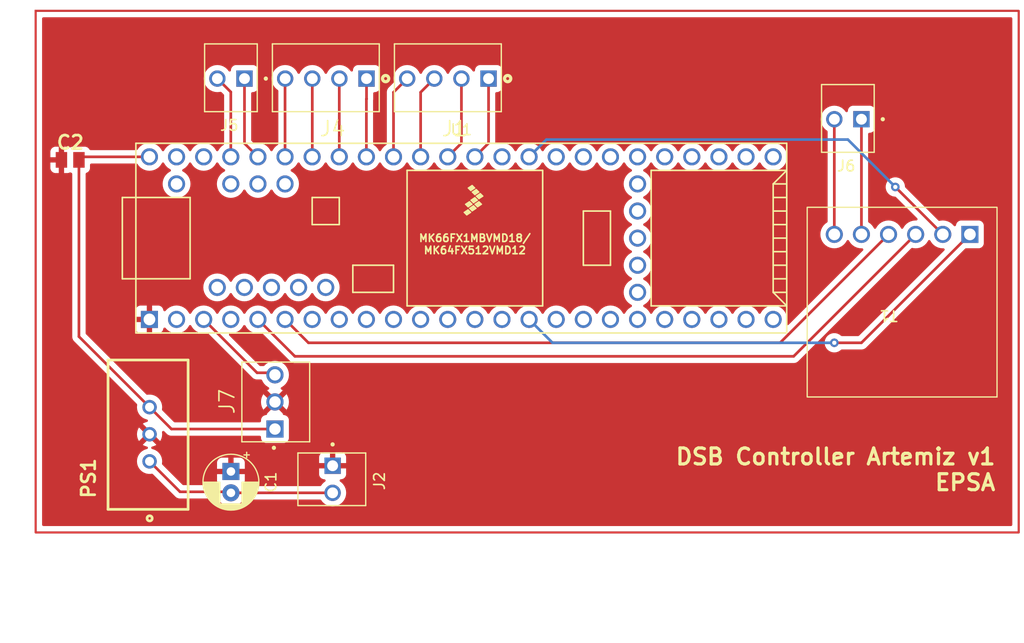
<source format=kicad_pcb>
(kicad_pcb (version 20240108) (generator "pcbnew") (generator_version "8.0")
  (layers (0 "F.Cu" signal) (31 "B.Cu" signal) (34 "B.Paste" user) (35 "F.Paste" user) (36 "B.SilkS" user "B.Silkscreen") (37 "F.SilkS" user "F.Silkscreen") (38 "B.Mask" user) (39 "F.Mask" user) (44 "Edge.Cuts" user))
  (net 0 "")
  (net 1 "+12V")
  (net 2 "GND")
  (net 3 "+5V")
  (net 4 "/LED3")
  (net 5 "/LED2")
  (net 6 "/LED4")
  (net 7 "/LED1")
  (net 8 "/COM Screen")
  (net 9 "/LED5")
  (net 10 "/LED8")
  (net 11 "/LED6")
  (net 12 "/LED7")
  (net 13 "/LED10")
  (net 14 "/LED9")
  (net 15 "/CAN L")
  (net 16 "/CAN H")
  (net 17 "/CRx")
  (net 18 "Net-(T1-3V3)")
  (net 19 "/CTx")
  (net 20 "Net-(T1-GND)")
  (footprint "EPSA_lib:MOLEX_22-11-2032" (layer "F.Cu") (at 133.665 94.445 90)
    (property "Reference" "J7" (at 2.585 -4.489 -90) (layer "F.SilkS") (effects (font (size 1.4 1.4))))
    (property "Value" "3P Droit 22-11-2032")
    (fp_line (start 6.275 -3.1) (end -1.195 -3.1) (stroke (width 0.127)) (layer "F.SilkS"))
    (fp_line (start -1.195 -3.1) (end -1.195 3.25) (stroke (width 0.127)) (layer "F.SilkS"))
    (fp_line (start 6.275 3.25) (end 6.275 -3.1) (stroke (width 0.127)) (layer "F.SilkS"))
    (fp_line (start -1.195 3.25) (end 6.275 3.25) (stroke (width 0.127)) (layer "F.SilkS"))
    (fp_circle (center -1.76 -0.1) (end -1.66 -0.1) (stroke (width 0.2)) (fill none) (layer "F.SilkS"))
    (pad "1" thru_hole rect (at 0 0 90) (size 1.61 1.61) (drill 1.07) (layers "*.Cu" "*.Mask") (net 3 "+5V"))
    (pad "2" thru_hole circle (at 2.54 0 90) (size 1.61 1.61) (drill 1.07) (layers "*.Cu" "*.Mask") (net 2 "GND"))
    (pad "3" thru_hole circle (at 5.08 0 90) (size 1.61 1.61) (drill 1.07) (layers "*.Cu" "*.Mask") (net 8 "/COM Screen"))
  )
  (footprint "EPSA_lib:MOLEX_22-11-2022" (layer "F.Cu") (at 139.065 97.885 -90)
    (property "Reference" "J2" (at 1.425 -4.385 90) (layer "F.SilkS"))
    (property "Value" "2P Droit 2-11-2022")
    (fp_line (start -1.195 3.25) (end -1.195 -3.1) (stroke (width 0.127)) (layer "F.SilkS"))
    (fp_line (start 3.735 3.25) (end -1.195 3.25) (stroke (width 0.127)) (layer "F.SilkS"))
    (fp_line (start -1.195 -3.1) (end 3.735 -3.1) (stroke (width 0.127)) (layer "F.SilkS"))
    (fp_line (start 3.735 -3.1) (end 3.735 3.25) (stroke (width 0.127)) (layer "F.SilkS"))
    (fp_circle (center -2 0) (end -1.9 0) (stroke (width 0.2)) (fill none) (layer "F.SilkS"))
    (pad "1" thru_hole rect (at 0 0 270) (size 1.53 1.53) (drill 1.02) (layers "*.Cu" "*.Mask") (net 2 "GND"))
    (pad "2" thru_hole circle (at 2.54 0 270) (size 1.53 1.53) (drill 1.02) (layers "*.Cu" "*.Mask") (net 1 "+12V"))
  )
  (footprint "EPSA_lib:MOLEX_22-11-2042" (layer "F.Cu") (at 138.43 61.595 180)
    (property "Reference" "J4" (at -0.63545 -4.70238 180) (layer "F.SilkS") (effects (font (size 1.401008 1.401008))))
    (property "Value" "4P Droit 22-11-2042")
    (fp_line (start 5.005 3.25) (end -5.005 3.25) (stroke (width 0.127)) (layer "F.SilkS"))
    (fp_line (start 5.005 -3.1) (end 5.005 3.25) (stroke (width 0.127)) (layer "F.SilkS"))
    (fp_line (start -5.005 3.25) (end -5.005 -3.1) (stroke (width 0.127)) (layer "F.SilkS"))
    (fp_line (start -5.005 -3.1) (end 5.005 -3.1) (stroke (width 0.127)) (layer "F.SilkS"))
    (fp_circle (center -5.6 0) (end -5.458581 0) (stroke (width 0.3)) (fill none) (layer "F.SilkS"))
    (pad "1" thru_hole rect (at -3.81 0 180) (size 1.53 1.53) (drill 1.02) (layers "*.Cu" "*.Mask") (net 9 "/LED5"))
    (pad "2" thru_hole circle (at -1.27 0 180) (size 1.53 1.53) (drill 1.02) (layers "*.Cu" "*.Mask") (net 11 "/LED6"))
    (pad "3" thru_hole circle (at 1.27 0 180) (size 1.53 1.53) (drill 1.02) (layers "*.Cu" "*.Mask") (net 12 "/LED7"))
    (pad "4" thru_hole circle (at 3.81 0 180) (size 1.53 1.53) (drill 1.02) (layers "*.Cu" "*.Mask") (net 10 "/LED8"))
  )
  (footprint "EPSA_lib:TSR-2" (layer "F.Cu") (at 118.03 101.97382 90)
    (property "Reference" "PS1" (at 2.91382 -1.825 -90) (layer "F.SilkS") (effects (font (size 1.27 1.27) (thickness 0.254))))
    (property "Value" "Alim HP TSR_2-2450" (hide yes))
    (fp_line (start 14 0) (end 14 7.5) (stroke (width 0.254)) (layer "F.SilkS"))
    (fp_line (start 0 0) (end 14 0) (stroke (width 0.254)) (layer "F.SilkS"))
    (fp_line (start 14 7.5) (end 0 7.5) (stroke (width 0.254)) (layer "F.SilkS"))
    (fp_line (start 0 7.5) (end 0 0) (stroke (width 0.254)) (layer "F.SilkS"))
    (fp_circle (center -0.842 3.896) (end -0.842 4.00936) (stroke (width 0.254)) (fill none) (layer "F.SilkS"))
    (pad "1" thru_hole circle (at 4.5 3.89 90) (size 1.35 1.35) (drill 0.85) (layers "*.Cu" "*.Mask") (net 1 "+12V"))
    (pad "2" thru_hole circle (at 7.04 3.89 90) (size 1.35 1.35) (drill 0.85) (layers "*.Cu" "*.Mask") (net 2 "GND"))
    (pad "3" thru_hole circle (at 9.58 3.89 90) (size 1.35 1.35) (drill 0.85) (layers "*.Cu" "*.Mask") (net 3 "+5V"))
  )
  (footprint "Capacitor_THT:CP_Radial_D5.0mm_P2.00mm" (layer "F.Cu") (at 129.54 98.425 -90)
    (property "Reference" "C1" (at 1 -3.75 90) (layer "F.SilkS"))
    (property "Value" "C")
    (fp_line (start 1 1.04) (end 1 2.58) (stroke (width 0.12)) (layer "F.SilkS"))
    (fp_line (start 1.04 1.04) (end 1.04 2.58) (stroke (width 0.12)) (layer "F.SilkS"))
    (fp_line (start 1.08 1.04) (end 1.08 2.579) (stroke (width 0.12)) (layer "F.SilkS"))
    (fp_line (start 1.12 1.04) (end 1.12 2.578) (stroke (width 0.12)) (layer "F.SilkS"))
    (fp_line (start 1.16 1.04) (end 1.16 2.576) (stroke (width 0.12)) (layer "F.SilkS"))
    (fp_line (start 1.2 1.04) (end 1.2 2.573) (stroke (width 0.12)) (layer "F.SilkS"))
    (fp_line (start 1.24 1.04) (end 1.24 2.569) (stroke (width 0.12)) (layer "F.SilkS"))
    (fp_line (start 1.28 1.04) (end 1.28 2.565) (stroke (width 0.12)) (layer "F.SilkS"))
    (fp_line (start 1.32 1.04) (end 1.32 2.561) (stroke (width 0.12)) (layer "F.SilkS"))
    (fp_line (start 1.36 1.04) (end 1.36 2.556) (stroke (width 0.12)) (layer "F.SilkS"))
    (fp_line (start 1.4 1.04) (end 1.4 2.55) (stroke (width 0.12)) (layer "F.SilkS"))
    (fp_line (start 1.44 1.04) (end 1.44 2.543) (stroke (width 0.12)) (layer "F.SilkS"))
    (fp_line (start 1.48 1.04) (end 1.48 2.536) (stroke (width 0.12)) (layer "F.SilkS"))
    (fp_line (start 1.52 1.04) (end 1.52 2.528) (stroke (width 0.12)) (layer "F.SilkS"))
    (fp_line (start 1.56 1.04) (end 1.56 2.52) (stroke (width 0.12)) (layer "F.SilkS"))
    (fp_line (start 1.6 1.04) (end 1.6 2.511) (stroke (width 0.12)) (layer "F.SilkS"))
    (fp_line (start 1.64 1.04) (end 1.64 2.501) (stroke (width 0.12)) (layer "F.SilkS"))
    (fp_line (start 1.68 1.04) (end 1.68 2.491) (stroke (width 0.12)) (layer "F.SilkS"))
    (fp_line (start 1.721 1.04) (end 1.721 2.48) (stroke (width 0.12)) (layer "F.SilkS"))
    (fp_line (start 1.761 1.04) (end 1.761 2.468) (stroke (width 0.12)) (layer "F.SilkS"))
    (fp_line (start 1.801 1.04) (end 1.801 2.455) (stroke (width 0.12)) (layer "F.SilkS"))
    (fp_line (start 1.841 1.04) (end 1.841 2.442) (stroke (width 0.12)) (layer "F.SilkS"))
    (fp_line (start 1.881 1.04) (end 1.881 2.428) (stroke (width 0.12)) (layer "F.SilkS"))
    (fp_line (start 1.921 1.04) (end 1.921 2.414) (stroke (width 0.12)) (layer "F.SilkS"))
    (fp_line (start 1.961 1.04) (end 1.961 2.398) (stroke (width 0.12)) (layer "F.SilkS"))
    (fp_line (start 2.001 1.04) (end 2.001 2.382) (stroke (width 0.12)) (layer "F.SilkS"))
    (fp_line (start 2.041 1.04) (end 2.041 2.365) (stroke (width 0.12)) (layer "F.SilkS"))
    (fp_line (start 2.081 1.04) (end 2.081 2.348) (stroke (width 0.12)) (layer "F.SilkS"))
    (fp_line (start 2.121 1.04) (end 2.121 2.329) (stroke (width 0.12)) (layer "F.SilkS"))
    (fp_line (start 2.161 1.04) (end 2.161 2.31) (stroke (width 0.12)) (layer "F.SilkS"))
    (fp_line (start 2.201 1.04) (end 2.201 2.29) (stroke (width 0.12)) (layer "F.SilkS"))
    (fp_line (start 2.241 1.04) (end 2.241 2.268) (stroke (width 0.12)) (layer "F.SilkS"))
    (fp_line (start 2.281 1.04) (end 2.281 2.247) (stroke (width 0.12)) (layer "F.SilkS"))
    (fp_line (start 2.321 1.04) (end 2.321 2.224) (stroke (width 0.12)) (layer "F.SilkS"))
    (fp_line (start 2.361 1.04) (end 2.361 2.2) (stroke (width 0.12)) (layer "F.SilkS"))
    (fp_line (start 2.401 1.04) (end 2.401 2.175) (stroke (width 0.12)) (layer "F.SilkS"))
    (fp_line (start 2.441 1.04) (end 2.441 2.149) (stroke (width 0.12)) (layer "F.SilkS"))
    (fp_line (start 2.481 1.04) (end 2.481 2.122) (stroke (width 0.12)) (layer "F.SilkS"))
    (fp_line (start 2.521 1.04) (end 2.521 2.095) (stroke (width 0.12)) (layer "F.SilkS"))
    (fp_line (start 2.561 1.04) (end 2.561 2.065) (stroke (width 0.12)) (layer "F.SilkS"))
    (fp_line (start 2.601 1.04) (end 2.601 2.035) (stroke (width 0.12)) (layer "F.SilkS"))
    (fp_line (start 2.641 1.04) (end 2.641 2.004) (stroke (width 0.12)) (layer "F.SilkS"))
    (fp_line (start 2.681 1.04) (end 2.681 1.971) (stroke (width 0.12)) (layer "F.SilkS"))
    (fp_line (start 2.721 1.04) (end 2.721 1.937) (stroke (width 0.12)) (layer "F.SilkS"))
    (fp_line (start 2.761 1.04) (end 2.761 1.901) (stroke (width 0.12)) (layer "F.SilkS"))
    (fp_line (start 2.801 1.04) (end 2.801 1.864) (stroke (width 0.12)) (layer "F.SilkS"))
    (fp_line (start 2.841 1.04) (end 2.841 1.826) (stroke (width 0.12)) (layer "F.SilkS"))
    (fp_line (start 2.881 1.04) (end 2.881 1.785) (stroke (width 0.12)) (layer "F.SilkS"))
    (fp_line (start 2.921 1.04) (end 2.921 1.743) (stroke (width 0.12)) (layer "F.SilkS"))
    (fp_line (start 2.961 1.04) (end 2.961 1.699) (stroke (width 0.12)) (layer "F.SilkS"))
    (fp_line (start 3.001 1.04) (end 3.001 1.653) (stroke (width 0.12)) (layer "F.SilkS"))
    (fp_line (start 3.601 -0.284) (end 3.601 0.284) (stroke (width 0.12)) (layer "F.SilkS"))
    (fp_line (start 3.561 -0.518) (end 3.561 0.518) (stroke (width 0.12)) (layer "F.SilkS"))
    (fp_line (start 3.521 -0.677) (end 3.521 0.677) (stroke (width 0.12)) (layer "F.SilkS"))
    (fp_line (start 3.481 -0.805) (end 3.481 0.805) (stroke (width 0.12)) (layer "F.SilkS"))
    (fp_line (start 3.441 -0.915) (end 3.441 0.915) (stroke (width 0.12)) (layer "F.SilkS"))
    (fp_line (start 3.401 -1.011) (end 3.401 1.011) (stroke (width 0.12)) (layer "F.SilkS"))
    (fp_line (start 3.361 -1.098) (end 3.361 1.098) (stroke (width 0.12)) (layer "F.SilkS"))
    (fp_line (start 3.321 -1.178) (end 3.321 1.178) (stroke (width 0.12)) (layer "F.SilkS"))
    (fp_line (start 3.281 -1.251) (end 3.281 1.251) (stroke (width 0.12)) (layer "F.SilkS"))
    (fp_line (start 3.241 -1.319) (end 3.241 1.319) (stroke (width 0.12)) (layer "F.SilkS"))
    (fp_line (start 3.201 -1.383) (end 3.201 1.383) (stroke (width 0.12)) (layer "F.SilkS"))
    (fp_line (start 3.161 -1.443) (end 3.161 1.443) (stroke (width 0.12)) (layer "F.SilkS"))
    (fp_line (start -1.804775 -1.475) (end -1.304775 -1.475) (stroke (width 0.12)) (layer "F.SilkS"))
    (fp_line (start 3.121 -1.5) (end 3.121 1.5) (stroke (width 0.12)) (layer "F.SilkS"))
    (fp_line (start 3.081 -1.554) (end 3.081 1.554) (stroke (width 0.12)) (layer "F.SilkS"))
    (fp_line (start 3.041 -1.605) (end 3.041 1.605) (stroke (width 0.12)) (layer "F.SilkS"))
    (fp_line (start 3.001 -1.653) (end 3.001 -1.04) (stroke (width 0.12)) (layer "F.SilkS"))
    (fp_line (start 2.961 -1.699) (end 2.961 -1.04) (stroke (width 0.12)) (layer "F.SilkS"))
    (fp_line (start -1.554775 -1.725) (end -1.554775 -1.225) (stroke (width 0.12)) (layer "F.SilkS"))
    (fp_line (start 2.921 -1.743) (end 2.921 -1.04) (stroke (width 0.12)) (layer "F.SilkS"))
    (fp_line (start 2.881 -1.785) (end 2.881 -1.04) (stroke (width 0.12)) (layer "F.SilkS"))
    (fp_line (start 2.841 -1.826) (end 2.841 -1.04) (stroke (width 0.12)) (layer "F.SilkS"))
    (fp_line (start 2.801 -1.864) (end 2.801 -1.04) (stroke (width 0.12)) (layer "F.SilkS"))
    (fp_line (start 2.761 -1.901) (end 2.761 -1.04) (stroke (width 0.12)) (layer "F.SilkS"))
    (fp_line (start 2.721 -1.937) (end 2.721 -1.04) (stroke (width 0.12)) (layer "F.SilkS"))
    (fp_line (start 2.681 -1.971) (end 2.681 -1.04) (stroke (width 0.12)) (layer "F.SilkS"))
    (fp_line (start 2.641 -2.004) (end 2.641 -1.04) (stroke (width 0.12)) (layer "F.SilkS"))
    (fp_line (start 2.601 -2.035) (end 2.601 -1.04) (stroke (width 0.12)) (layer "F.SilkS"))
    (fp_line (start 2.561 -2.065) (end 2.561 -1.04) (stroke (width 0.12)) (layer "F.SilkS"))
    (fp_line (start 2.521 -2.095) (end 2.521 -1.04) (stroke (width 0.12)) (layer "F.SilkS"))
    (fp_line (start 2.481 -2.122) (end 2.481 -1.04) (stroke (width 0.12)) (layer "F.SilkS"))
    (fp_line (start 2.441 -2.149) (end 2.441 -1.04) (stroke (width 0.12)) (layer "F.SilkS"))
    (fp_line (start 2.401 -2.175) (end 2.401 -1.04) (stroke (width 0.12)) (layer "F.SilkS"))
    (fp_line (start 2.361 -2.2) (end 2.361 -1.04) (stroke (width 0.12)) (layer "F.SilkS"))
    (fp_line (start 2.321 -2.224) (end 2.321 -1.04) (stroke (width 0.12)) (layer "F.SilkS"))
    (fp_line (start 2.281 -2.247) (end 2.281 -1.04) (stroke (width 0.12)) (layer "F.SilkS"))
    (fp_line (start 2.241 -2.268) (end 2.241 -1.04) (stroke (width 0.12)) (layer "F.SilkS"))
    (fp_line (start 2.201 -2.29) (end 2.201 -1.04) (stroke (width 0.12)) (layer "F.SilkS"))
    (fp_line (start 2.161 -2.31) (end 2.161 -1.04) (stroke (width 0.12)) (layer "F.SilkS"))
    (fp_line (start 2.121 -2.329) (end 2.121 -1.04) (stroke (width 0.12)) (layer "F.SilkS"))
    (fp_line (start 2.081 -2.348) (end 2.081 -1.04) (stroke (width 0.12)) (layer "F.SilkS"))
    (fp_line (start 2.041 -2.365) (end 2.041 -1.04) (stroke (width 0.12)) (layer "F.SilkS"))
    (fp_line (start 2.001 -2.382) (end 2.001 -1.04) (stroke (width 0.12)) (layer "F.SilkS"))
    (fp_line (start 1.961 -2.398) (end 1.961 -1.04) (stroke (width 0.12)) (layer "F.SilkS"))
    (fp_line (start 1.921 -2.414) (end 1.921 -1.04) (stroke (width 0.12)) (layer "F.SilkS"))
    (fp_line (start 1.881 -2.428) (end 1.881 -1.04) (stroke (width 0.12)) (layer "F.SilkS"))
    (fp_line (start 1.841 -2.442) (end 1.841 -1.04) (stroke (width 0.12)) (layer "F.SilkS"))
    (fp_line (start 1.801 -2.455) (end 1.801 -1.04) (stroke (width 0.12)) (layer "F.SilkS"))
    (fp_line (start 1.761 -2.468) (end 1.761 -1.04) (stroke (width 0.12)) (layer "F.SilkS"))
    (fp_line (start 1.721 -2.48) (end 1.721 -1.04) (stroke (width 0.12)) (layer "F.SilkS"))
    (fp_line (start 1.68 -2.491) (end 1.68 -1.04) (stroke (width 0.12)) (layer "F.SilkS"))
    (fp_line (start 1.64 -2.501) (end 1.64 -1.04) (stroke (width 0.12)) (layer "F.SilkS"))
    (fp_line (start 1.6 -2.511) (end 1.6 -1.04) (stroke (width 0.12)) (layer "F.SilkS"))
    (fp_line (start 1.56 -2.52) (end 1.56 -1.04) (stroke (width 0.12)) (layer "F.SilkS"))
    (fp_line (start 1.52 -2.528) (end 1.52 -1.04) (stroke (width 0.12)) (layer "F.SilkS"))
    (fp_line (start 1.48 -2.536) (end 1.48 -1.04) (stroke (width 0.12)) (layer "F.SilkS"))
    (fp_line (start 1.44 -2.543) (end 1.44 -1.04) (stroke (width 0.12)) (layer "F.SilkS"))
    (fp_line (start 1.4 -2.55) (end 1.4 -1.04) (stroke (width 0.12)) (layer "F.SilkS"))
    (fp_line (start 1.36 -2.556) (end 1.36 -1.04) (stroke (width 0.12)) (layer "F.SilkS"))
    (fp_line (start 1.32 -2.561) (end 1.32 -1.04) (stroke (width 0.12)) (layer "F.SilkS"))
    (fp_line (start 1.28 -2.565) (end 1.28 -1.04) (stroke (width 0.12)) (layer "F.SilkS"))
    (fp_line (start 1.24 -2.569) (end 1.24 -1.04) (stroke (width 0.12)) (layer "F.SilkS"))
    (fp_line (start 1.2 -2.573) (end 1.2 -1.04) (stroke (width 0.12)) (layer "F.SilkS"))
    (fp_line (start 1.16 -2.576) (end 1.16 -1.04) (stroke (width 0.12)) (layer "F.SilkS"))
    (fp_line (start 1.12 -2.578) (end 1.12 -1.04) (stroke (width 0.12)) (layer "F.SilkS"))
    (fp_line (start 1.08 -2.579) (end 1.08 -1.04) (stroke (width 0.12)) (layer "F.SilkS"))
    (fp_line (start 1 -2.58) (end 1 -1.04) (stroke (width 0.12)) (layer "F.SilkS"))
    (fp_line (start 1.04 -2.58) (end 1.04 -1.04) (stroke (width 0.12)) (layer "F.SilkS"))
    (fp_circle (center 1 0) (end 3.62 0) (stroke (width 0.12)) (fill none) (layer "F.SilkS"))
    (pad "1" thru_hole rect (at 0 0 270) (size 1.6 1.6) (drill 0.8) (layers "*.Cu" "*.Mask") (net 2 "GND"))
    (pad "2" thru_hole circle (at 2 0 270) (size 1.6 1.6) (drill 0.8) (layers "*.Cu" "*.Mask") (net 1 "+12V"))
  )
  (footprint "EPSA_lib:CAPC2012X130N" (layer "F.Cu") (at 114.485 69.215)
    (property "Reference" "C2" (at 0.011623 -1.627268 0) (layer "F.SilkS") (effects (font (size 1.27 1.27) (thickness 0.254))))
    (property "Value" "10n" (hide yes))
    (pad "1" smd rect (at -0.82 0) (size 1.07 1.47) (layers "F.Cu" "F.Paste" "F.Mask") (net 2 "GND"))
    (pad "2" smd rect (at 0.82 0) (size 1.07 1.47) (layers "F.Cu" "F.Paste" "F.Mask") (net 3 "+5V"))
  )
  (footprint "EPSA_lib:MOLEX_22-11-2042" (layer "F.Cu") (at 149.86 61.595 180)
    (property "Reference" "J1" (at -0.63545 -4.70238 180) (layer "F.SilkS") (effects (font (size 1.401008 1.401008))))
    (property "Value" "4P Droit 22-11-2042")
    (fp_line (start 5.005 3.25) (end -5.005 3.25) (stroke (width 0.127)) (layer "F.SilkS"))
    (fp_line (start 5.005 -3.1) (end 5.005 3.25) (stroke (width 0.127)) (layer "F.SilkS"))
    (fp_line (start -5.005 3.25) (end -5.005 -3.1) (stroke (width 0.127)) (layer "F.SilkS"))
    (fp_line (start -5.005 -3.1) (end 5.005 -3.1) (stroke (width 0.127)) (layer "F.SilkS"))
    (fp_circle (center -5.6 0) (end -5.458581 0) (stroke (width 0.3)) (fill none) (layer "F.SilkS"))
    (pad "1" thru_hole rect (at -3.81 0 180) (size 1.53 1.53) (drill 1.02) (layers "*.Cu" "*.Mask") (net 7 "/LED1"))
    (pad "2" thru_hole circle (at -1.27 0 180) (size 1.53 1.53) (drill 1.02) (layers "*.Cu" "*.Mask") (net 5 "/LED2"))
    (pad "3" thru_hole circle (at 1.27 0 180) (size 1.53 1.53) (drill 1.02) (layers "*.Cu" "*.Mask") (net 4 "/LED3"))
    (pad "4" thru_hole circle (at 3.81 0 180) (size 1.53 1.53) (drill 1.02) (layers "*.Cu" "*.Mask") (net 6 "/LED4"))
  )
  (footprint "EPSA_lib:MOLEX_22-11-2022" (layer "F.Cu") (at 130.81 61.595 180)
    (property "Reference" "J5" (at 1.425 -4.385 180) (layer "F.SilkS"))
    (property "Value" "2P Droit 2-11-2022")
    (fp_line (start 3.735 3.25) (end -1.195 3.25) (stroke (width 0.127)) (layer "F.SilkS"))
    (fp_line (start 3.735 -3.1) (end 3.735 3.25) (stroke (width 0.127)) (layer "F.SilkS"))
    (fp_line (start -1.195 3.25) (end -1.195 -3.1) (stroke (width 0.127)) (layer "F.SilkS"))
    (fp_line (start -1.195 -3.1) (end 3.735 -3.1) (stroke (width 0.127)) (layer "F.SilkS"))
    (fp_circle (center -2 0) (end -1.9 0) (stroke (width 0.2)) (fill none) (layer "F.SilkS"))
    (pad "1" thru_hole rect (at 0 0 180) (size 1.53 1.53) (drill 1.02) (layers "*.Cu" "*.Mask") (net 14 "/LED9"))
    (pad "2" thru_hole circle (at 2.54 0 180) (size 1.53 1.53) (drill 1.02) (layers "*.Cu" "*.Mask") (net 13 "/LED10"))
  )
  (footprint "EPSA_lib:MOLEX_22-11-2022" (layer "F.Cu") (at 188.595 65.405 180)
    (property "Reference" "J6" (at 1.425 -4.385 180) (layer "F.SilkS"))
    (property "Value" "2P Droit 2-11-2022")
    (fp_line (start 3.735 3.25) (end -1.195 3.25) (stroke (width 0.127)) (layer "F.SilkS"))
    (fp_line (start 3.735 -3.1) (end 3.735 3.25) (stroke (width 0.127)) (layer "F.SilkS"))
    (fp_line (start -1.195 3.25) (end -1.195 -3.1) (stroke (width 0.127)) (layer "F.SilkS"))
    (fp_line (start -1.195 -3.1) (end 3.735 -3.1) (stroke (width 0.127)) (layer "F.SilkS"))
    (fp_circle (center -2 0) (end -1.9 0) (stroke (width 0.2)) (fill none) (layer "F.SilkS"))
    (pad "1" thru_hole rect (at 0 0 180) (size 1.53 1.53) (drill 1.02) (layers "*.Cu" "*.Mask") (net 16 "/CAN H"))
    (pad "2" thru_hole circle (at 2.54 0 180) (size 1.53 1.53) (drill 1.02) (layers "*.Cu" "*.Mask") (net 15 "/CAN L"))
  )
  (footprint "EPSA_lib:CAN_Transceiver" (layer "F.Cu") (at 201.295 73.66 180)
    (property "Reference" "T1" (at 10.16 -10.16 180) (layer "F.SilkS"))
    (property "Value" "~" (hide yes))
    (fp_rect (start 0 -17.78) (end 17.78 0) (stroke (width 0.12)) (fill none) (layer "F.SilkS"))
    (pad "1" thru_hole rect (at 2.54 -2.54 180) (size 1.6 1.6) (drill 1.1) (layers "*.Cu" "*.Mask") (net 18 "Net-(T1-3V3)"))
    (pad "2" thru_hole circle (at 5.08 -2.54 180) (size 1.6 1.6) (drill 1.1) (layers "*.Cu" "*.Mask") (net 20 "Net-(T1-GND)"))
    (pad "3" thru_hole circle (at 7.62 -2.54 180) (size 1.6 1.6) (drill 1.1) (layers "*.Cu" "*.Mask") (net 19 "/CTx"))
    (pad "4" thru_hole circle (at 10.16 -2.54 180) (size 1.6 1.6) (drill 1.1) (layers "*.Cu" "*.Mask") (net 17 "/CRx"))
    (pad "5" thru_hole circle (at 12.7 -2.54 180) (size 1.6 1.6) (drill 1.1) (layers "*.Cu" "*.Mask") (net 16 "/CAN H"))
    (pad "6" thru_hole circle (at 15.24 -2.54 180) (size 1.6 1.6) (drill 1.1) (layers "*.Cu" "*.Mask") (net 15 "/CAN L"))
  )
  (footprint "EPSA_lib:Teensy35_36" (layer "F.Cu") (at 151.118581 76.55)
    (property "Reference" "U1" (at 0 -10.16 0) (layer "F.SilkS"))
    (property "Value" "Teensy3.5")
    (fp_line (start -31.75 -3.81) (end -30.48 -3.81) (stroke (width 0.15)) (layer "F.SilkS"))
    (fp_line (start -31.75 3.81) (end -31.75 -3.81) (stroke (width 0.15)) (layer "F.SilkS"))
    (fp_line (start -30.48 3.81) (end -31.75 3.81) (stroke (width 0.15)) (layer "F.SilkS"))
    (fp_line (start -30.48 8.89) (end -30.48 -8.89) (stroke (width 0.15)) (layer "F.SilkS"))
    (fp_line (start -30.48 8.89) (end 30.48 8.89) (stroke (width 0.15)) (layer "F.SilkS"))
    (fp_line (start -25.4 -3.81) (end -30.48 -3.81) (stroke (width 0.15)) (layer "F.SilkS"))
    (fp_line (start -25.4 3.81) (end -30.48 3.81) (stroke (width 0.15)) (layer "F.SilkS"))
    (fp_line (start -25.4 3.81) (end -25.4 -3.81) (stroke (width 0.15)) (layer "F.SilkS"))
    (fp_line (start -13.97 -3.81) (end -13.97 -1.27) (stroke (width 0.15)) (layer "F.SilkS"))
    (fp_line (start -13.97 -1.27) (end -11.43 -1.27) (stroke (width 0.15)) (layer "F.SilkS"))
    (fp_line (start -11.43 -3.81) (end -13.97 -3.81) (stroke (width 0.15)) (layer "F.SilkS"))
    (fp_line (start -11.43 -1.27) (end -11.43 -3.81) (stroke (width 0.15)) (layer "F.SilkS"))
    (fp_line (start -10.16 2.54) (end -6.35 2.54) (stroke (width 0.15)) (layer "F.SilkS"))
    (fp_line (start -10.16 5.08) (end -10.16 2.54) (stroke (width 0.15)) (layer "F.SilkS"))
    (fp_line (start -6.35 2.54) (end -6.35 5.08) (stroke (width 0.15)) (layer "F.SilkS"))
    (fp_line (start -6.35 5.08) (end -10.16 5.08) (stroke (width 0.15)) (layer "F.SilkS"))
    (fp_line (start -5.08 -6.35) (end -5.08 6.35) (stroke (width 0.15)) (layer "F.SilkS"))
    (fp_line (start -5.08 -6.35) (end 7.62 -6.35) (stroke (width 0.15)) (layer "F.SilkS"))
    (fp_line (start -5.08 6.35) (end 7.62 6.35) (stroke (width 0.15)) (layer "F.SilkS"))
    (fp_line (start 7.62 6.35) (end 7.62 -6.35) (stroke (width 0.15)) (layer "F.SilkS"))
    (fp_line (start 11.43 -2.54) (end 13.97 -2.54) (stroke (width 0.15)) (layer "F.SilkS"))
    (fp_line (start 11.43 2.54) (end 11.43 -2.54) (stroke (width 0.15)) (layer "F.SilkS"))
    (fp_line (start 13.97 -2.54) (end 13.97 2.54) (stroke (width 0.15)) (layer "F.SilkS"))
    (fp_line (start 13.97 2.54) (end 11.43 2.54) (stroke (width 0.15)) (layer "F.SilkS"))
    (fp_line (start 17.78 -6.35) (end 17.78 6.35) (stroke (width 0.15)) (layer "F.SilkS"))
    (fp_line (start 17.78 6.35) (end 30.48 6.35) (stroke (width 0.15)) (layer "F.SilkS"))
    (fp_line (start 29.21 -5.08) (end 30.48 -6.35) (stroke (width 0.15)) (layer "F.SilkS"))
    (fp_line (start 29.21 -5.08) (end 30.48 -5.08) (stroke (width 0.15)) (layer "F.SilkS"))
    (fp_line (start 29.21 -3.81) (end 30.48 -3.81) (stroke (width 0.15)) (layer "F.SilkS"))
    (fp_line (start 29.21 -2.54) (end 30.48 -2.54) (stroke (width 0.15)) (layer "F.SilkS"))
    (fp_line (start 29.21 -1.27) (end 30.48 -1.27) (stroke (width 0.15)) (layer "F.SilkS"))
    (fp_line (start 29.21 0) (end 30.48 0) (stroke (width 0.15)) (layer "F.SilkS"))
    (fp_line (start 29.21 1.27) (end 30.48 1.27) (stroke (width 0.15)) (layer "F.SilkS"))
    (fp_line (start 29.21 2.54) (end 30.48 2.54) (stroke (width 0.15)) (layer "F.SilkS"))
    (fp_line (start 29.21 3.81) (end 30.48 3.81) (stroke (width 0.15)) (layer "F.SilkS"))
    (fp_line (start 29.21 5.08) (end 29.21 -5.08) (stroke (width 0.15)) (layer "F.SilkS"))
    (fp_line (start 29.21 5.08) (end 30.48 5.08) (stroke (width 0.15)) (layer "F.SilkS"))
    (fp_line (start 30.48 -8.89) (end -30.48 -8.89) (stroke (width 0.15)) (layer "F.SilkS"))
    (fp_line (start 30.48 -8.89) (end 30.48 8.89) (stroke (width 0.15)) (layer "F.SilkS"))
    (fp_line (start 30.48 -6.35) (end 17.78 -6.35) (stroke (width 0.15)) (layer "F.SilkS"))
    (fp_line (start 30.48 6.35) (end 29.21 5.08) (stroke (width 0.15)) (layer "F.SilkS"))
    (fp_poly (pts (xy 0.635 -2.667) (xy 0.889 -2.413) (xy 0.508 -2.159) (xy 0.254 -2.413)) (stroke (width 0.1)) (fill solid) (layer "F.SilkS"))
    (fp_poly (pts (xy 0.762 -3.429) (xy 1.016 -3.175) (xy 0.635 -2.921) (xy 0.381 -3.175)) (stroke (width 0.1)) (fill solid) (layer "F.SilkS"))
    (fp_poly (pts (xy 1.016 -4.953) (xy 1.27 -4.699) (xy 0.889 -4.445) (xy 0.635 -4.699)) (stroke (width 0.1)) (fill solid) (layer "F.SilkS"))
    (fp_poly (pts (xy 1.143 -3.048) (xy 1.397 -2.794) (xy 1.016 -2.54) (xy 0.762 -2.794)) (stroke (width 0.1)) (fill solid) (layer "F.SilkS"))
    (fp_poly (pts (xy 1.27 -3.81) (xy 1.524 -3.556) (xy 1.143 -3.302) (xy 0.889 -3.556)) (stroke (width 0.1)) (fill solid) (layer "F.SilkS"))
    (fp_poly (pts (xy 1.397 -4.572) (xy 1.651 -4.318) (xy 1.27 -4.064) (xy 1.016 -4.318)) (stroke (width 0.1)) (fill solid) (layer "F.SilkS"))
    (fp_poly (pts (xy 1.651 -3.429) (xy 1.905 -3.175) (xy 1.524 -2.921) (xy 1.27 -3.175)) (stroke (width 0.1)) (fill solid) (layer "F.SilkS"))
    (fp_poly (pts (xy 1.778 -4.191) (xy 2.032 -3.937) (xy 1.651 -3.683) (xy 1.397 -3.937)) (stroke (width 0.1)) (fill solid) (layer "F.SilkS"))
    (fp_text user "MK64FX512VMD12" (at 1.27 1.143 0) (layer "F.SilkS") (effects (font (size 0.7 0.7))))
    (fp_text user "MK66FX1MBVMD18/" (at 1.27 0 0) (layer "F.SilkS") (effects (font (size 0.7 0.7))))
    (pad "1" thru_hole rect (at -29.21 7.62) (size 1.6 1.6) (drill 1.1) (layers "*.Cu" "*.Mask") (net 2 "GND"))
    (pad "2" thru_hole circle (at -26.67 7.62) (size 1.6 1.6) (drill 1.1) (layers "*.Cu" "*.Mask"))
    (pad "3" thru_hole circle (at -24.13 7.62) (size 1.6 1.6) (drill 1.1) (layers "*.Cu" "*.Mask") (net 8 "/COM Screen"))
    (pad "4" thru_hole circle (at -21.59 7.62) (size 1.6 1.6) (drill 1.1) (layers "*.Cu" "*.Mask"))
    (pad "5" thru_hole circle (at -19.05 7.62) (size 1.6 1.6) (drill 1.1) (layers "*.Cu" "*.Mask") (net 19 "/CTx"))
    (pad "6" thru_hole circle (at -16.51 7.62) (size 1.6 1.6) (drill 1.1) (layers "*.Cu" "*.Mask") (net 17 "/CRx"))
    (pad "7" thru_hole circle (at -13.97 7.62) (size 1.6 1.6) (drill 1.1) (layers "*.Cu" "*.Mask"))
    (pad "8" thru_hole circle (at -11.43 7.62) (size 1.6 1.6) (drill 1.1) (layers "*.Cu" "*.Mask"))
    (pad "9" thru_hole circle (at -8.89 7.62) (size 1.6 1.6) (drill 1.1) (layers "*.Cu" "*.Mask"))
    (pad "10" thru_hole circle (at -6.35 7.62) (size 1.6 1.6) (drill 1.1) (layers "*.Cu" "*.Mask"))
    (pad "11" thru_hole circle (at -3.81 7.62) (size 1.6 1.6) (drill 1.1) (layers "*.Cu" "*.Mask"))
    (pad "12" thru_hole circle (at -1.27 7.62) (size 1.6 1.6) (drill 1.1) (layers "*.Cu" "*.Mask"))
    (pad "13" thru_hole circle (at 1.27 7.62) (size 1.6 1.6) (drill 1.1) (layers "*.Cu" "*.Mask"))
    (pad "14" thru_hole circle (at 3.81 7.62) (size 1.6 1.6) (drill 1.1) (layers "*.Cu" "*.Mask"))
    (pad "15" thru_hole circle (at 6.35 7.62) (size 1.6 1.6) (drill 1.1) (layers "*.Cu" "*.Mask") (net 18 "Net-(T1-3V3)"))
    (pad "16" thru_hole circle (at 8.89 7.62) (size 1.6 1.6) (drill 1.1) (layers "*.Cu" "*.Mask"))
    (pad "17" thru_hole circle (at 11.43 7.62) (size 1.6 1.6) (drill 1.1) (layers "*.Cu" "*.Mask"))
    (pad "18" thru_hole circle (at 13.97 7.62) (size 1.6 1.6) (drill 1.1) (layers "*.Cu" "*.Mask"))
    (pad "19" thru_hole circle (at 16.51 7.62) (size 1.6 1.6) (drill 1.1) (layers "*.Cu" "*.Mask"))
    (pad "20" thru_hole circle (at 19.05 7.62) (size 1.6 1.6) (drill 1.1) (layers "*.Cu" "*.Mask"))
    (pad "21" thru_hole circle (at 21.59 7.62) (size 1.6 1.6) (drill 1.1) (layers "*.Cu" "*.Mask"))
    (pad "22" thru_hole circle (at 24.13 7.62) (size 1.6 1.6) (drill 1.1) (layers "*.Cu" "*.Mask"))
    (pad "23" thru_hole circle (at 26.67 7.62) (size 1.6 1.6) (drill 1.1) (layers "*.Cu" "*.Mask"))
    (pad "24" thru_hole circle (at 29.21 7.62) (size 1.6 1.6) (drill 1.1) (layers "*.Cu" "*.Mask"))
    (pad "25" thru_hole circle (at 16.51 5.08) (size 1.6 1.6) (drill 1.1) (layers "*.Cu" "*.Mask"))
    (pad "26" thru_hole circle (at 16.51 2.54) (size 1.6 1.6) (drill 1.1) (layers "*.Cu" "*.Mask"))
    (pad "27" thru_hole circle (at 16.51 0) (size 1.6 1.6) (drill 1.1) (layers "*.Cu" "*.Mask"))
    (pad "28" thru_hole circle (at 16.51 -2.54) (size 1.6 1.6) (drill 1.1) (layers "*.Cu" "*.Mask"))
    (pad "29" thru_hole circle (at 16.51 -5.08) (size 1.6 1.6) (drill 1.1) (layers "*.Cu" "*.Mask"))
    (pad "30" thru_hole circle (at 29.21 -7.62) (size 1.6 1.6) (drill 1.1) (layers "*.Cu" "*.Mask"))
    (pad "31" thru_hole circle (at 26.67 -7.62) (size 1.6 1.6) (drill 1.1) (layers "*.Cu" "*.Mask"))
    (pad "32" thru_hole circle (at 24.13 -7.62) (size 1.6 1.6) (drill 1.1) (layers "*.Cu" "*.Mask"))
    (pad "33" thru_hole circle (at 21.59 -7.62) (size 1.6 1.6) (drill 1.1) (layers "*.Cu" "*.Mask"))
    (pad "34" thru_hole circle (at 19.05 -7.62) (size 1.6 1.6) (drill 1.1) (layers "*.Cu" "*.Mask"))
    (pad "35" thru_hole circle (at 16.51 -7.62) (size 1.6 1.6) (drill 1.1) (layers "*.Cu" "*.Mask"))
    (pad "36" thru_hole circle (at 13.97 -7.62) (size 1.6 1.6) (drill 1.1) (layers "*.Cu" "*.Mask"))
    (pad "37" thru_hole circle (at 11.43 -7.62) (size 1.6 1.6) (drill 1.1) (layers "*.Cu" "*.Mask"))
    (pad "38" thru_hole circle (at 8.89 -7.62) (size 1.6 1.6) (drill 1.1) (layers "*.Cu" "*.Mask"))
    (pad "39" thru_hole circle (at 6.35 -7.62) (size 1.6 1.6) (drill 1.1) (layers "*.Cu" "*.Mask") (net 20 "Net-(T1-GND)"))
    (pad "40" thru_hole circle (at 3.81 -7.62) (size 1.6 1.6) (drill 1.1) (layers "*.Cu" "*.Mask"))
    (pad "41" thru_hole circle (at 1.27 -7.62) (size 1.6 1.6) (drill 1.1) (layers "*.Cu" "*.Mask") (net 7 "/LED1"))
    (pad "42" thru_hole circle (at -1.27 -7.62) (size 1.6 1.6) (drill 1.1) (layers "*.Cu" "*.Mask") (net 5 "/LED2"))
    (pad "43" thru_hole circle (at -3.81 -7.62) (size 1.6 1.6) (drill 1.1) (layers "*.Cu" "*.Mask") (net 4 "/LED3"))
    (pad "44" thru_hole circle (at -6.35 -7.62) (size 1.6 1.6) (drill 1.1) (layers "*.Cu" "*.Mask") (net 6 "/LED4"))
    (pad "45" thru_hole circle (at -8.89 -7.62) (size 1.6 1.6) (drill 1.1) (layers "*.Cu" "*.Mask") (net 9 "/LED5"))
    (pad "46" thru_hole circle (at -11.43 -7.62) (size 1.6 1.6) (drill 1.1) (layers "*.Cu" "*.Mask") (net 11 "/LED6"))
    (pad "47" thru_hole circle (at -13.97 -7.62) (size 1.6 1.6) (drill 1.1) (layers "*.Cu" "*.Mask") (net 12 "/LED7"))
    (pad "48" thru_hole circle (at -16.51 -7.62) (size 1.6 1.6) (drill 1.1) (layers "*.Cu" "*.Mask") (net 10 "/LED8"))
    (pad "49" thru_hole circle (at -19.05 -7.62) (size 1.6 1.6) (drill 1.1) (layers "*.Cu" "*.Mask") (net 14 "/LED9"))
    (pad "50" thru_hole circle (at -21.59 -7.62) (size 1.6 1.6) (drill 1.1) (layers "*.Cu" "*.Mask") (net 13 "/LED10"))
    (pad "51" thru_hole circle (at -24.13 -7.62) (size 1.6 1.6) (drill 1.1) (layers "*.Cu" "*.Mask"))
    (pad "52" thru_hole circle (at -26.67 -7.62) (size 1.6 1.6) (drill 1.1) (layers "*.Cu" "*.Mask"))
    (pad "53" thru_hole circle (at -29.21 -7.62) (size 1.6 1.6) (drill 1.1) (layers "*.Cu" "*.Mask") (net 3 "+5V"))
    (pad "54" thru_hole circle (at -26.67 -5.08) (size 1.6 1.6) (drill 1.1) (layers "*.Cu" "*.Mask"))
    (pad "55" thru_hole circle (at -21.59 -5.08) (size 1.6 1.6) (drill 1.1) (layers "*.Cu" "*.Mask"))
    (pad "56" thru_hole circle (at -19.05 -5.08) (size 1.6 1.6) (drill 1.1) (layers "*.Cu" "*.Mask"))
    (pad "57" thru_hole circle (at -16.51 -5.08) (size 1.6 1.6) (drill 1.1) (layers "*.Cu" "*.Mask"))
    (pad "58" thru_hole circle (at -22.86 4.62) (size 1.6 1.6) (drill 1.1) (layers "*.Cu" "*.Mask"))
    (pad "59" thru_hole circle (at -20.32 4.62) (size 1.6 1.6) (drill 1.1) (layers "*.Cu" "*.Mask"))
    (pad "60" thru_hole circle (at -17.78 4.62) (size 1.6 1.6) (drill 1.1) (layers "*.Cu" "*.Mask"))
    (pad "61" thru_hole circle (at -15.24 4.62) (size 1.6 1.6) (drill 1.1) (layers "*.Cu" "*.Mask"))
    (pad "62" thru_hole circle (at -12.7 4.62) (size 1.6 1.6) (drill 1.1) (layers "*.Cu" "*.Mask"))
  )
  (gr_rect (start 111.252 55.245) (end 203.327 104.14) (stroke (width 0.2)) (fill none) (layer "F.Cu"))
  (gr_text "DSB Controller Artemiz v1\nEPSA" (at 201.295 100.33 0) (layer "F.SilkS") (effects (font (size 1.5 1.5) (thickness 0.3) (bold yes)) (justify right bottom)))
  (segment (start 129.445 100.33) (end 124.77618 100.33) (width 0.25) (layer "F.Cu") (net 1))
  (segment (start 129.54 100.425) (end 129.445 100.33) (width 0.25) (layer "F.Cu") (net 1))
  (segment (start 139.065 100.425) (end 129.54 100.425) (width 0.25) (layer "F.Cu") (net 1))
  (segment (start 124.77618 100.33) (end 121.92 97.47382) (width 0.25) (layer "F.Cu") (net 1))
  (segment (start 121.92 92.39382) (end 115.305 85.77882) (width 0.25) (layer "F.Cu") (net 3))
  (segment (start 115.305 69.215) (end 115.59 68.93) (width 0.25) (layer "F.Cu") (net 3))
  (segment (start 115.59 68.93) (end 121.908581 68.93) (width 0.25) (layer "F.Cu") (net 3))
  (segment (start 115.305 85.77882) (end 115.305 69.215) (width 0.25) (layer "F.Cu") (net 3))
  (segment (start 133.665 94.445) (end 123.97118 94.445) (width 0.25) (layer "F.Cu") (net 3))
  (segment (start 123.97118 94.445) (end 121.92 92.39382) (width 0.25) (layer "F.Cu") (net 3))
  (segment (start 147.308581 62.876419) (end 148.59 61.595) (width 0.25) (layer "F.Cu") (net 4))
  (segment (start 147.308581 68.93) (end 147.308581 62.876419) (width 0.25) (layer "F.Cu") (net 4))
  (segment (start 151.13 67.648581) (end 149.848581 68.93) (width 0.25) (layer "F.Cu") (net 5))
  (segment (start 151.13 61.595) (end 151.13 67.648581) (width 0.25) (layer "F.Cu") (net 5))
  (segment (start 144.768581 62.876419) (end 146.05 61.595) (width 0.25) (layer "F.Cu") (net 6))
  (segment (start 144.768581 68.93) (end 144.768581 62.876419) (width 0.25) (layer "F.Cu") (net 6))
  (segment (start 153.67 67.648581) (end 152.388581 68.93) (width 0.25) (layer "F.Cu") (net 7))
  (segment (start 153.67 61.595) (end 153.67 67.648581) (width 0.25) (layer "F.Cu") (net 7))
  (segment (start 131.988581 89.17) (end 126.988581 84.17) (width 0.25) (layer "F.Cu") (net 8))
  (segment (start 133.275 89.17) (end 131.988581 89.17) (width 0.25) (layer "F.Cu") (net 8))
  (segment (start 142.24 63.5) (end 142.228581 63.511419) (width 0.25) (layer "F.Cu") (net 9))
  (segment (start 142.228581 63.511419) (end 142.228581 68.93) (width 0.25) (layer "F.Cu") (net 9))
  (segment (start 142.24 61.595) (end 142.24 63.5) (width 0.25) (layer "F.Cu") (net 9))
  (segment (start 134.608581 61.606419) (end 134.62 61.595) (width 0.25) (layer "F.Cu") (net 10))
  (segment (start 134.608581 68.93) (end 134.608581 61.606419) (width 0.25) (layer "F.Cu") (net 10))
  (segment (start 139.688581 61.606419) (end 139.7 61.595) (width 0.25) (layer "F.Cu") (net 11))
  (segment (start 139.688581 68.93) (end 139.688581 61.606419) (width 0.25) (layer "F.Cu") (net 11))
  (segment (start 137.16 68.918581) (end 137.148581 68.93) (width 0.25) (layer "F.Cu") (net 12))
  (segment (start 137.16 61.595) (end 137.16 68.918581) (width 0.25) (layer "F.Cu") (net 12))
  (segment (start 129.528581 62.853581) (end 128.27 61.595) (width 0.25) (layer "F.Cu") (net 13))
  (segment (start 129.528581 68.93) (end 129.528581 62.853581) (width 0.25) (layer "F.Cu") (net 13))
  (segment (start 130.81 61.595) (end 130.81 67.671419) (width 0.25) (layer "F.Cu") (net 14))
  (segment (start 130.81 67.671419) (end 132.068581 68.93) (width 0.25) (layer "F.Cu") (net 14))
  (segment (start 186.055 65.405) (end 186.055 76.2) (width 0.25) (layer "F.Cu") (net 15))
  (segment (start 188.595 76.2) (end 188.595 65.405) (width 0.25) (layer "F.Cu") (net 16))
  (segment (start 191.135 76.2) (end 180.975 86.36) (width 0.25) (layer "F.Cu") (net 17))
  (segment (start 180.975 86.36) (end 136.798581 86.36) (width 0.25) (layer "F.Cu") (net 17))
  (segment (start 136.798581 86.36) (end 134.608581 84.17) (width 0.25) (layer "F.Cu") (net 17))
  (segment (start 188.595 86.36) (end 186.055 86.36) (width 0.25) (layer "F.Cu") (net 18))
  (segment (start 198.755 76.2) (end 188.595 86.36) (width 0.25) (layer "F.Cu") (net 18))
  (via (at 186.055 86.36) (size 0.8) (drill 0.4) (layers "F.Cu" "B.Cu") (net 18))
  (segment (start 159.658581 86.36) (end 157.468581 84.17) (width 0.25) (layer "B.Cu") (net 18))
  (segment (start 186.055 86.36) (end 159.658581 86.36) (width 0.25) (layer "B.Cu") (net 18))
  (segment (start 135.528581 87.63) (end 132.068581 84.17) (width 0.25) (layer "F.Cu") (net 19))
  (segment (start 193.675 76.2) (end 182.245 87.63) (width 0.25) (layer "F.Cu") (net 19))
  (segment (start 182.245 87.63) (end 135.528581 87.63) (width 0.25) (layer "F.Cu") (net 19))
  (segment (start 196.215 76.2) (end 191.77 71.755) (width 0.25) (layer "F.Cu") (net 20))
  (via (at 191.77 71.755) (size 0.8) (drill 0.4) (layers "F.Cu" "B.Cu") (net 20))
  (segment (start 187.325 67.31) (end 159.088581 67.31) (width 0.25) (layer "B.Cu") (net 20))
  (segment (start 191.77 71.755) (end 187.325 67.31) (width 0.25) (layer "B.Cu") (net 20))
  (segment (start 159.088581 67.31) (end 157.468581 68.93) (width 0.25) (layer "B.Cu") (net 20))
  (zone (net 2) (net_name "GND") (layer "F.Cu") (connect_pads (clearance 0.5)) (min_thickness 0.25) (fill yes (thermal_gap 0.5) (thermal_bridge_width 0.5))
    (polygon (pts (xy 109.728 54.483) (xy 109.728 105.41) (xy 203.835 105.156) (xy 203.835 54.229)))
  )
)
</source>
